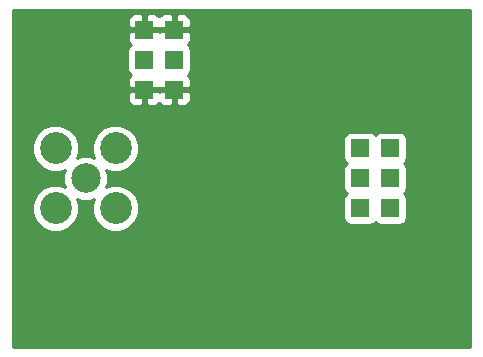
<source format=gbr>
G04 #@! TF.FileFunction,Copper,L2,Bot,Signal*
%FSLAX46Y46*%
G04 Gerber Fmt 4.6, Leading zero omitted, Abs format (unit mm)*
G04 Created by KiCad (PCBNEW 201609251018+7233~55~ubuntu16.04.1-) date Thu Sep 29 13:16:48 2016*
%MOMM*%
%LPD*%
G01*
G04 APERTURE LIST*
%ADD10C,0.100000*%
%ADD11R,1.524000X1.524000*%
%ADD12C,6.000000*%
%ADD13C,2.700000*%
%ADD14C,2.500000*%
%ADD15C,0.800000*%
%ADD16C,0.500000*%
%ADD17C,0.254000*%
G04 APERTURE END LIST*
D10*
D11*
X47625000Y-33147000D03*
X50165000Y-33147000D03*
X47625000Y-30607000D03*
X50165000Y-30607000D03*
X47625000Y-28067000D03*
X50165000Y-28067000D03*
X68453000Y-40640000D03*
X65913000Y-40640000D03*
X68453000Y-43180000D03*
X65913000Y-43180000D03*
X68453000Y-38100000D03*
X65913000Y-38100000D03*
D12*
X71120000Y-30480000D03*
X40640000Y-50800000D03*
X40640000Y-30480000D03*
X71120000Y-50800000D03*
D13*
X45212000Y-43180000D03*
X40132000Y-43180000D03*
X40132000Y-38100000D03*
X45212000Y-38100000D03*
D14*
X42672000Y-40640000D03*
D15*
X61722000Y-39116000D03*
X59690000Y-43688000D03*
X52324000Y-37084000D03*
X52324000Y-40640000D03*
X54356000Y-42164000D03*
X52070000Y-42164000D03*
D16*
X61722000Y-39116000D02*
X61156315Y-39116000D01*
X61156315Y-39116000D02*
X59690000Y-40582315D01*
X59690000Y-40582315D02*
X59690000Y-43122315D01*
X59690000Y-43122315D02*
X59690000Y-43688000D01*
X58565999Y-42563999D02*
X59690000Y-43688000D01*
X54356000Y-42164000D02*
X54755999Y-42563999D01*
X54755999Y-42563999D02*
X58565999Y-42563999D01*
X52324000Y-40640000D02*
X52324000Y-37084000D01*
X52070000Y-42164000D02*
X54356000Y-42164000D01*
D17*
G36*
X75236000Y-54916000D02*
X36524000Y-54916000D01*
X36524000Y-38493109D01*
X38146657Y-38493109D01*
X38448218Y-39222943D01*
X39006120Y-39781819D01*
X39735427Y-40084654D01*
X40525109Y-40085343D01*
X40930886Y-39917680D01*
X40787328Y-40263405D01*
X40786674Y-41013305D01*
X40930924Y-41362417D01*
X40528573Y-41195346D01*
X39738891Y-41194657D01*
X39009057Y-41496218D01*
X38450181Y-42054120D01*
X38147346Y-42783427D01*
X38146657Y-43573109D01*
X38448218Y-44302943D01*
X39006120Y-44861819D01*
X39735427Y-45164654D01*
X40525109Y-45165343D01*
X41254943Y-44863782D01*
X41813819Y-44305880D01*
X42116654Y-43576573D01*
X42117343Y-42786891D01*
X41949680Y-42381114D01*
X42295405Y-42524672D01*
X43045305Y-42525326D01*
X43394417Y-42381076D01*
X43227346Y-42783427D01*
X43226657Y-43573109D01*
X43528218Y-44302943D01*
X44086120Y-44861819D01*
X44815427Y-45164654D01*
X45605109Y-45165343D01*
X46334943Y-44863782D01*
X46893819Y-44305880D01*
X47196654Y-43576573D01*
X47197343Y-42786891D01*
X46895782Y-42057057D01*
X46337880Y-41498181D01*
X45608573Y-41195346D01*
X44818891Y-41194657D01*
X44413114Y-41362320D01*
X44556672Y-41016595D01*
X44557326Y-40266695D01*
X44413076Y-39917583D01*
X44815427Y-40084654D01*
X45605109Y-40085343D01*
X46334943Y-39783782D01*
X46893819Y-39225880D01*
X47196654Y-38496573D01*
X47197343Y-37706891D01*
X47044921Y-37338000D01*
X64503560Y-37338000D01*
X64503560Y-38862000D01*
X64552843Y-39109765D01*
X64693191Y-39319809D01*
X64768307Y-39370000D01*
X64693191Y-39420191D01*
X64552843Y-39630235D01*
X64503560Y-39878000D01*
X64503560Y-41402000D01*
X64552843Y-41649765D01*
X64693191Y-41859809D01*
X64768307Y-41910000D01*
X64693191Y-41960191D01*
X64552843Y-42170235D01*
X64503560Y-42418000D01*
X64503560Y-43942000D01*
X64552843Y-44189765D01*
X64693191Y-44399809D01*
X64903235Y-44540157D01*
X65151000Y-44589440D01*
X66675000Y-44589440D01*
X66922765Y-44540157D01*
X67132809Y-44399809D01*
X67183000Y-44324693D01*
X67233191Y-44399809D01*
X67443235Y-44540157D01*
X67691000Y-44589440D01*
X69215000Y-44589440D01*
X69462765Y-44540157D01*
X69672809Y-44399809D01*
X69813157Y-44189765D01*
X69862440Y-43942000D01*
X69862440Y-42418000D01*
X69813157Y-42170235D01*
X69672809Y-41960191D01*
X69597693Y-41910000D01*
X69672809Y-41859809D01*
X69813157Y-41649765D01*
X69862440Y-41402000D01*
X69862440Y-39878000D01*
X69813157Y-39630235D01*
X69672809Y-39420191D01*
X69597693Y-39370000D01*
X69672809Y-39319809D01*
X69813157Y-39109765D01*
X69862440Y-38862000D01*
X69862440Y-37338000D01*
X69813157Y-37090235D01*
X69672809Y-36880191D01*
X69462765Y-36739843D01*
X69215000Y-36690560D01*
X67691000Y-36690560D01*
X67443235Y-36739843D01*
X67233191Y-36880191D01*
X67183000Y-36955307D01*
X67132809Y-36880191D01*
X66922765Y-36739843D01*
X66675000Y-36690560D01*
X65151000Y-36690560D01*
X64903235Y-36739843D01*
X64693191Y-36880191D01*
X64552843Y-37090235D01*
X64503560Y-37338000D01*
X47044921Y-37338000D01*
X46895782Y-36977057D01*
X46337880Y-36418181D01*
X45608573Y-36115346D01*
X44818891Y-36114657D01*
X44089057Y-36416218D01*
X43530181Y-36974120D01*
X43227346Y-37703427D01*
X43226657Y-38493109D01*
X43394320Y-38898886D01*
X43048595Y-38755328D01*
X42298695Y-38754674D01*
X41949583Y-38898924D01*
X42116654Y-38496573D01*
X42117343Y-37706891D01*
X41815782Y-36977057D01*
X41257880Y-36418181D01*
X40528573Y-36115346D01*
X39738891Y-36114657D01*
X39009057Y-36416218D01*
X38450181Y-36974120D01*
X38147346Y-37703427D01*
X38146657Y-38493109D01*
X36524000Y-38493109D01*
X36524000Y-33432750D01*
X46228000Y-33432750D01*
X46228000Y-34035310D01*
X46324673Y-34268699D01*
X46503302Y-34447327D01*
X46736691Y-34544000D01*
X47339250Y-34544000D01*
X47498000Y-34385250D01*
X47498000Y-33274000D01*
X47752000Y-33274000D01*
X47752000Y-34385250D01*
X47910750Y-34544000D01*
X48513309Y-34544000D01*
X48746698Y-34447327D01*
X48895000Y-34299026D01*
X49043302Y-34447327D01*
X49276691Y-34544000D01*
X49879250Y-34544000D01*
X50038000Y-34385250D01*
X50038000Y-33274000D01*
X50292000Y-33274000D01*
X50292000Y-34385250D01*
X50450750Y-34544000D01*
X51053309Y-34544000D01*
X51286698Y-34447327D01*
X51465327Y-34268699D01*
X51562000Y-34035310D01*
X51562000Y-33432750D01*
X51403250Y-33274000D01*
X50292000Y-33274000D01*
X50038000Y-33274000D01*
X48926750Y-33274000D01*
X48895000Y-33305750D01*
X48863250Y-33274000D01*
X47752000Y-33274000D01*
X47498000Y-33274000D01*
X46386750Y-33274000D01*
X46228000Y-33432750D01*
X36524000Y-33432750D01*
X36524000Y-29845000D01*
X46215560Y-29845000D01*
X46215560Y-31369000D01*
X46264843Y-31616765D01*
X46405191Y-31826809D01*
X46475912Y-31874063D01*
X46324673Y-32025301D01*
X46228000Y-32258690D01*
X46228000Y-32861250D01*
X46386750Y-33020000D01*
X47498000Y-33020000D01*
X47498000Y-33000000D01*
X47752000Y-33000000D01*
X47752000Y-33020000D01*
X48863250Y-33020000D01*
X48895000Y-32988250D01*
X48926750Y-33020000D01*
X50038000Y-33020000D01*
X50038000Y-33000000D01*
X50292000Y-33000000D01*
X50292000Y-33020000D01*
X51403250Y-33020000D01*
X51562000Y-32861250D01*
X51562000Y-32258690D01*
X51465327Y-32025301D01*
X51314088Y-31874063D01*
X51384809Y-31826809D01*
X51525157Y-31616765D01*
X51574440Y-31369000D01*
X51574440Y-29845000D01*
X51525157Y-29597235D01*
X51384809Y-29387191D01*
X51314088Y-29339937D01*
X51465327Y-29188699D01*
X51562000Y-28955310D01*
X51562000Y-28352750D01*
X51403250Y-28194000D01*
X50292000Y-28194000D01*
X50292000Y-28214000D01*
X50038000Y-28214000D01*
X50038000Y-28194000D01*
X48926750Y-28194000D01*
X48895000Y-28225750D01*
X48863250Y-28194000D01*
X47752000Y-28194000D01*
X47752000Y-28214000D01*
X47498000Y-28214000D01*
X47498000Y-28194000D01*
X46386750Y-28194000D01*
X46228000Y-28352750D01*
X46228000Y-28955310D01*
X46324673Y-29188699D01*
X46475912Y-29339937D01*
X46405191Y-29387191D01*
X46264843Y-29597235D01*
X46215560Y-29845000D01*
X36524000Y-29845000D01*
X36524000Y-27178690D01*
X46228000Y-27178690D01*
X46228000Y-27781250D01*
X46386750Y-27940000D01*
X47498000Y-27940000D01*
X47498000Y-26828750D01*
X47752000Y-26828750D01*
X47752000Y-27940000D01*
X48863250Y-27940000D01*
X48895000Y-27908250D01*
X48926750Y-27940000D01*
X50038000Y-27940000D01*
X50038000Y-26828750D01*
X50292000Y-26828750D01*
X50292000Y-27940000D01*
X51403250Y-27940000D01*
X51562000Y-27781250D01*
X51562000Y-27178690D01*
X51465327Y-26945301D01*
X51286698Y-26766673D01*
X51053309Y-26670000D01*
X50450750Y-26670000D01*
X50292000Y-26828750D01*
X50038000Y-26828750D01*
X49879250Y-26670000D01*
X49276691Y-26670000D01*
X49043302Y-26766673D01*
X48895000Y-26914974D01*
X48746698Y-26766673D01*
X48513309Y-26670000D01*
X47910750Y-26670000D01*
X47752000Y-26828750D01*
X47498000Y-26828750D01*
X47339250Y-26670000D01*
X46736691Y-26670000D01*
X46503302Y-26766673D01*
X46324673Y-26945301D01*
X46228000Y-27178690D01*
X36524000Y-27178690D01*
X36524000Y-26364000D01*
X75236000Y-26364000D01*
X75236000Y-54916000D01*
X75236000Y-54916000D01*
G37*
X75236000Y-54916000D02*
X36524000Y-54916000D01*
X36524000Y-38493109D01*
X38146657Y-38493109D01*
X38448218Y-39222943D01*
X39006120Y-39781819D01*
X39735427Y-40084654D01*
X40525109Y-40085343D01*
X40930886Y-39917680D01*
X40787328Y-40263405D01*
X40786674Y-41013305D01*
X40930924Y-41362417D01*
X40528573Y-41195346D01*
X39738891Y-41194657D01*
X39009057Y-41496218D01*
X38450181Y-42054120D01*
X38147346Y-42783427D01*
X38146657Y-43573109D01*
X38448218Y-44302943D01*
X39006120Y-44861819D01*
X39735427Y-45164654D01*
X40525109Y-45165343D01*
X41254943Y-44863782D01*
X41813819Y-44305880D01*
X42116654Y-43576573D01*
X42117343Y-42786891D01*
X41949680Y-42381114D01*
X42295405Y-42524672D01*
X43045305Y-42525326D01*
X43394417Y-42381076D01*
X43227346Y-42783427D01*
X43226657Y-43573109D01*
X43528218Y-44302943D01*
X44086120Y-44861819D01*
X44815427Y-45164654D01*
X45605109Y-45165343D01*
X46334943Y-44863782D01*
X46893819Y-44305880D01*
X47196654Y-43576573D01*
X47197343Y-42786891D01*
X46895782Y-42057057D01*
X46337880Y-41498181D01*
X45608573Y-41195346D01*
X44818891Y-41194657D01*
X44413114Y-41362320D01*
X44556672Y-41016595D01*
X44557326Y-40266695D01*
X44413076Y-39917583D01*
X44815427Y-40084654D01*
X45605109Y-40085343D01*
X46334943Y-39783782D01*
X46893819Y-39225880D01*
X47196654Y-38496573D01*
X47197343Y-37706891D01*
X47044921Y-37338000D01*
X64503560Y-37338000D01*
X64503560Y-38862000D01*
X64552843Y-39109765D01*
X64693191Y-39319809D01*
X64768307Y-39370000D01*
X64693191Y-39420191D01*
X64552843Y-39630235D01*
X64503560Y-39878000D01*
X64503560Y-41402000D01*
X64552843Y-41649765D01*
X64693191Y-41859809D01*
X64768307Y-41910000D01*
X64693191Y-41960191D01*
X64552843Y-42170235D01*
X64503560Y-42418000D01*
X64503560Y-43942000D01*
X64552843Y-44189765D01*
X64693191Y-44399809D01*
X64903235Y-44540157D01*
X65151000Y-44589440D01*
X66675000Y-44589440D01*
X66922765Y-44540157D01*
X67132809Y-44399809D01*
X67183000Y-44324693D01*
X67233191Y-44399809D01*
X67443235Y-44540157D01*
X67691000Y-44589440D01*
X69215000Y-44589440D01*
X69462765Y-44540157D01*
X69672809Y-44399809D01*
X69813157Y-44189765D01*
X69862440Y-43942000D01*
X69862440Y-42418000D01*
X69813157Y-42170235D01*
X69672809Y-41960191D01*
X69597693Y-41910000D01*
X69672809Y-41859809D01*
X69813157Y-41649765D01*
X69862440Y-41402000D01*
X69862440Y-39878000D01*
X69813157Y-39630235D01*
X69672809Y-39420191D01*
X69597693Y-39370000D01*
X69672809Y-39319809D01*
X69813157Y-39109765D01*
X69862440Y-38862000D01*
X69862440Y-37338000D01*
X69813157Y-37090235D01*
X69672809Y-36880191D01*
X69462765Y-36739843D01*
X69215000Y-36690560D01*
X67691000Y-36690560D01*
X67443235Y-36739843D01*
X67233191Y-36880191D01*
X67183000Y-36955307D01*
X67132809Y-36880191D01*
X66922765Y-36739843D01*
X66675000Y-36690560D01*
X65151000Y-36690560D01*
X64903235Y-36739843D01*
X64693191Y-36880191D01*
X64552843Y-37090235D01*
X64503560Y-37338000D01*
X47044921Y-37338000D01*
X46895782Y-36977057D01*
X46337880Y-36418181D01*
X45608573Y-36115346D01*
X44818891Y-36114657D01*
X44089057Y-36416218D01*
X43530181Y-36974120D01*
X43227346Y-37703427D01*
X43226657Y-38493109D01*
X43394320Y-38898886D01*
X43048595Y-38755328D01*
X42298695Y-38754674D01*
X41949583Y-38898924D01*
X42116654Y-38496573D01*
X42117343Y-37706891D01*
X41815782Y-36977057D01*
X41257880Y-36418181D01*
X40528573Y-36115346D01*
X39738891Y-36114657D01*
X39009057Y-36416218D01*
X38450181Y-36974120D01*
X38147346Y-37703427D01*
X38146657Y-38493109D01*
X36524000Y-38493109D01*
X36524000Y-33432750D01*
X46228000Y-33432750D01*
X46228000Y-34035310D01*
X46324673Y-34268699D01*
X46503302Y-34447327D01*
X46736691Y-34544000D01*
X47339250Y-34544000D01*
X47498000Y-34385250D01*
X47498000Y-33274000D01*
X47752000Y-33274000D01*
X47752000Y-34385250D01*
X47910750Y-34544000D01*
X48513309Y-34544000D01*
X48746698Y-34447327D01*
X48895000Y-34299026D01*
X49043302Y-34447327D01*
X49276691Y-34544000D01*
X49879250Y-34544000D01*
X50038000Y-34385250D01*
X50038000Y-33274000D01*
X50292000Y-33274000D01*
X50292000Y-34385250D01*
X50450750Y-34544000D01*
X51053309Y-34544000D01*
X51286698Y-34447327D01*
X51465327Y-34268699D01*
X51562000Y-34035310D01*
X51562000Y-33432750D01*
X51403250Y-33274000D01*
X50292000Y-33274000D01*
X50038000Y-33274000D01*
X48926750Y-33274000D01*
X48895000Y-33305750D01*
X48863250Y-33274000D01*
X47752000Y-33274000D01*
X47498000Y-33274000D01*
X46386750Y-33274000D01*
X46228000Y-33432750D01*
X36524000Y-33432750D01*
X36524000Y-29845000D01*
X46215560Y-29845000D01*
X46215560Y-31369000D01*
X46264843Y-31616765D01*
X46405191Y-31826809D01*
X46475912Y-31874063D01*
X46324673Y-32025301D01*
X46228000Y-32258690D01*
X46228000Y-32861250D01*
X46386750Y-33020000D01*
X47498000Y-33020000D01*
X47498000Y-33000000D01*
X47752000Y-33000000D01*
X47752000Y-33020000D01*
X48863250Y-33020000D01*
X48895000Y-32988250D01*
X48926750Y-33020000D01*
X50038000Y-33020000D01*
X50038000Y-33000000D01*
X50292000Y-33000000D01*
X50292000Y-33020000D01*
X51403250Y-33020000D01*
X51562000Y-32861250D01*
X51562000Y-32258690D01*
X51465327Y-32025301D01*
X51314088Y-31874063D01*
X51384809Y-31826809D01*
X51525157Y-31616765D01*
X51574440Y-31369000D01*
X51574440Y-29845000D01*
X51525157Y-29597235D01*
X51384809Y-29387191D01*
X51314088Y-29339937D01*
X51465327Y-29188699D01*
X51562000Y-28955310D01*
X51562000Y-28352750D01*
X51403250Y-28194000D01*
X50292000Y-28194000D01*
X50292000Y-28214000D01*
X50038000Y-28214000D01*
X50038000Y-28194000D01*
X48926750Y-28194000D01*
X48895000Y-28225750D01*
X48863250Y-28194000D01*
X47752000Y-28194000D01*
X47752000Y-28214000D01*
X47498000Y-28214000D01*
X47498000Y-28194000D01*
X46386750Y-28194000D01*
X46228000Y-28352750D01*
X46228000Y-28955310D01*
X46324673Y-29188699D01*
X46475912Y-29339937D01*
X46405191Y-29387191D01*
X46264843Y-29597235D01*
X46215560Y-29845000D01*
X36524000Y-29845000D01*
X36524000Y-27178690D01*
X46228000Y-27178690D01*
X46228000Y-27781250D01*
X46386750Y-27940000D01*
X47498000Y-27940000D01*
X47498000Y-26828750D01*
X47752000Y-26828750D01*
X47752000Y-27940000D01*
X48863250Y-27940000D01*
X48895000Y-27908250D01*
X48926750Y-27940000D01*
X50038000Y-27940000D01*
X50038000Y-26828750D01*
X50292000Y-26828750D01*
X50292000Y-27940000D01*
X51403250Y-27940000D01*
X51562000Y-27781250D01*
X51562000Y-27178690D01*
X51465327Y-26945301D01*
X51286698Y-26766673D01*
X51053309Y-26670000D01*
X50450750Y-26670000D01*
X50292000Y-26828750D01*
X50038000Y-26828750D01*
X49879250Y-26670000D01*
X49276691Y-26670000D01*
X49043302Y-26766673D01*
X48895000Y-26914974D01*
X48746698Y-26766673D01*
X48513309Y-26670000D01*
X47910750Y-26670000D01*
X47752000Y-26828750D01*
X47498000Y-26828750D01*
X47339250Y-26670000D01*
X46736691Y-26670000D01*
X46503302Y-26766673D01*
X46324673Y-26945301D01*
X46228000Y-27178690D01*
X36524000Y-27178690D01*
X36524000Y-26364000D01*
X75236000Y-26364000D01*
X75236000Y-54916000D01*
M02*

</source>
